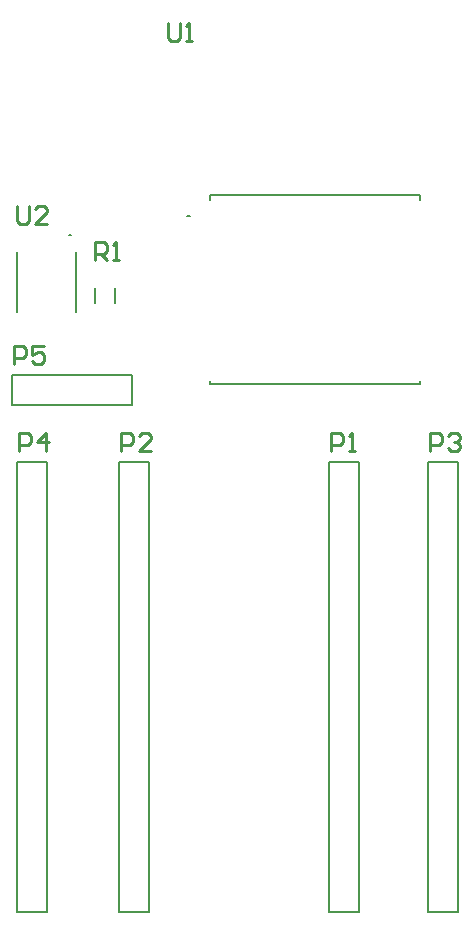
<source format=gto>
G04*
G04 #@! TF.GenerationSoftware,Altium Limited,Altium Designer,20.0.13 (296)*
G04*
G04 Layer_Color=65535*
%FSLAX25Y25*%
%MOIN*%
G70*
G01*
G75*
%ADD10C,0.00787*%
%ADD11C,0.00500*%
%ADD12C,0.01000*%
D10*
X63071Y-7000D02*
X62283D01*
X63071D01*
X23567Y-13516D02*
X22780D01*
X23567D01*
X152500Y-239000D02*
Y-89000D01*
X142500Y-231500D02*
Y-89000D01*
Y-239000D02*
Y-231500D01*
Y-239000D02*
X152500D01*
X142500Y-89000D02*
X152500D01*
X119500Y-239000D02*
Y-89000D01*
X109500Y-231500D02*
Y-89000D01*
Y-239000D02*
Y-231500D01*
Y-239000D02*
X119500D01*
X109500Y-89000D02*
X119500D01*
X49500Y-239000D02*
Y-89000D01*
X39500Y-231500D02*
Y-89000D01*
Y-239000D02*
Y-231500D01*
Y-239000D02*
X49500D01*
X39500Y-89000D02*
X49500D01*
X15500Y-239000D02*
Y-89000D01*
X5500Y-231500D02*
Y-89000D01*
Y-239000D02*
Y-231500D01*
Y-239000D02*
X15500D01*
X5500Y-89000D02*
X15500D01*
X44000Y-70000D02*
Y-60000D01*
X4000Y-70000D02*
X44000D01*
X4000Y-60000D02*
X44000D01*
X4000Y-70000D02*
Y-60000D01*
D11*
X70000Y0D02*
X140000D01*
Y-1752D02*
Y0D01*
Y-63000D02*
Y-62232D01*
X70000Y-63000D02*
X140000D01*
X70000D02*
Y-62232D01*
Y-1752D02*
Y0D01*
X25339Y-38988D02*
Y-19303D01*
X5654Y-38988D02*
Y-19303D01*
X38346Y-36193D02*
Y-31311D01*
X31653Y-36193D02*
Y-31311D01*
D12*
X5600Y-3702D02*
Y-8700D01*
X6600Y-9700D01*
X8599D01*
X9599Y-8700D01*
Y-3702D01*
X15597Y-9700D02*
X11598D01*
X15597Y-5701D01*
Y-4702D01*
X14597Y-3702D01*
X12598D01*
X11598Y-4702D01*
X55700Y57098D02*
Y52100D01*
X56700Y51100D01*
X58699D01*
X59699Y52100D01*
Y57098D01*
X61698Y51100D02*
X63697D01*
X62698D01*
Y57098D01*
X61698Y56098D01*
X31500Y-21852D02*
Y-15854D01*
X34499D01*
X35499Y-16854D01*
Y-18853D01*
X34499Y-19853D01*
X31500D01*
X33499D02*
X35499Y-21852D01*
X37498D02*
X39497D01*
X38498D01*
Y-15854D01*
X37498Y-16854D01*
X4600Y-56600D02*
Y-50602D01*
X7599D01*
X8599Y-51602D01*
Y-53601D01*
X7599Y-54601D01*
X4600D01*
X14597Y-50602D02*
X10598D01*
Y-53601D01*
X12597Y-52601D01*
X13597D01*
X14597Y-53601D01*
Y-55600D01*
X13597Y-56600D01*
X11598D01*
X10598Y-55600D01*
X6100Y-85600D02*
Y-79602D01*
X9099D01*
X10099Y-80602D01*
Y-82601D01*
X9099Y-83601D01*
X6100D01*
X15097Y-85600D02*
Y-79602D01*
X12098Y-82601D01*
X16097D01*
X143100Y-85600D02*
Y-79602D01*
X146099D01*
X147099Y-80602D01*
Y-82601D01*
X146099Y-83601D01*
X143100D01*
X149098Y-80602D02*
X150098Y-79602D01*
X152097D01*
X153097Y-80602D01*
Y-81601D01*
X152097Y-82601D01*
X151097D01*
X152097D01*
X153097Y-83601D01*
Y-84600D01*
X152097Y-85600D01*
X150098D01*
X149098Y-84600D01*
X40100Y-85600D02*
Y-79602D01*
X43099D01*
X44099Y-80602D01*
Y-82601D01*
X43099Y-83601D01*
X40100D01*
X50097Y-85600D02*
X46098D01*
X50097Y-81601D01*
Y-80602D01*
X49097Y-79602D01*
X47098D01*
X46098Y-80602D01*
X110100Y-85600D02*
Y-79602D01*
X113099D01*
X114099Y-80602D01*
Y-82601D01*
X113099Y-83601D01*
X110100D01*
X116098Y-85600D02*
X118097D01*
X117098D01*
Y-79602D01*
X116098Y-80602D01*
M02*

</source>
